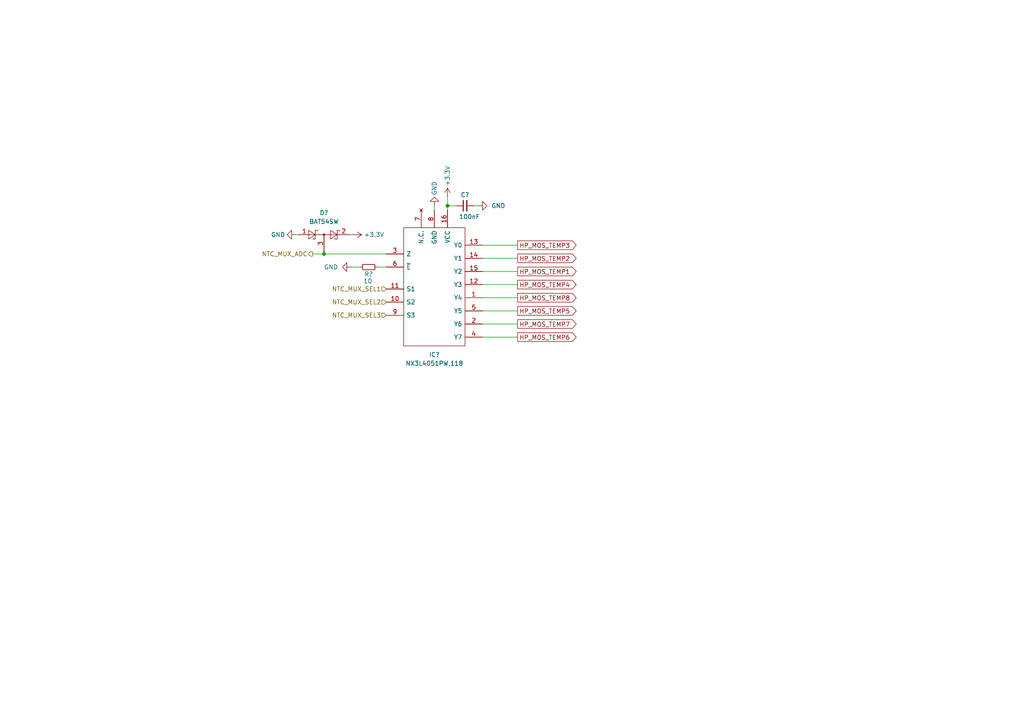
<source format=kicad_sch>
(kicad_sch (version 20211123) (generator eeschema)
  (paper "A4")
  (lib_symbols
    (symbol "Device:C_Small" (pin_numbers hide) (pin_names (offset 0.254) hide)
      (property "Reference" "C" (at 0.254 1.778 0))
      (property "Value" "C_Small" (at 0.254 -2.032 0))
      (symbol "C_Small_0_1"
        (polyline (pts (xy -1.524 -0.508) (xy 1.524 -0.508)) (stroke (width 0.3302)))
        (polyline (pts (xy -1.524 0.508) (xy 1.524 0.508)) (stroke (width 0.3048)))
      )
      (symbol "C_Small_1_1"
        (pin passive line (at 0 2.54 270) (length 2.032) (name "~") (number "1"))
        (pin passive line (at 0 -2.54 90) (length 2.032) (name "~") (number "2"))
      )
    )
    (symbol "Device:R_Small" (pin_numbers hide) (pin_names (offset 0.254) hide)
      (property "Reference" "R" (at 0.762 0.508 0))
      (property "Value" "R_Small" (at 0.762 -1.016 0))
      (symbol "R_Small_0_1"
        (rectangle (start -0.762 1.778) (end 0.762 -1.778) (stroke (width 0.2032)))
      )
      (symbol "R_Small_1_1"
        (pin passive line (at 0 2.54 270) (length 0.762) (name "~") (number "1"))
        (pin passive line (at 0 -2.54 90) (length 0.762) (name "~") (number "2"))
      )
    )
    (symbol "Diode:BAT54SW" (pin_names (offset 1.016))
      (property "Reference" "D" (at 0.635 -3.81 0))
      (property "Value" "BAT54SW" (at -6.35 3.175 0))
      (symbol "BAT54SW_0_1"
        (polyline (pts (xy -3.81 0) (xy -1.27 0)))
        (polyline (pts (xy -3.175 -1.27) (xy -3.175 -1.016)))
        (polyline (pts (xy -2.54 -1.27) (xy -3.175 -1.27)))
        (polyline (pts (xy -2.54 -1.27) (xy -2.54 1.27)))
        (polyline (pts (xy -2.54 1.27) (xy -1.905 1.27)))
        (polyline (pts (xy -1.905 0) (xy 1.905 0)))
        (polyline (pts (xy -1.905 1.27) (xy -1.905 1.016)))
        (polyline (pts (xy 1.27 0) (xy 3.81 0)))
        (polyline (pts (xy 3.175 -1.27) (xy 3.175 -1.016)))
        (polyline (pts (xy 3.81 -1.27) (xy 3.175 -1.27)))
        (polyline (pts (xy 3.81 -1.27) (xy 3.81 1.27)))
        (polyline (pts (xy 3.81 1.27) (xy 4.445 1.27)))
        (polyline (pts (xy 4.445 1.27) (xy 4.445 1.016)))
        (polyline (pts (xy -4.445 1.27) (xy -4.445 -1.27) (xy -2.54 0) (xy -4.445 1.27)))
        (polyline (pts (xy 1.905 1.27) (xy 1.905 -1.27) (xy 3.81 0) (xy 1.905 1.27)))
        (circle (center 0 0) (radius 0.254) (fill (type outline)))
      )
      (symbol "BAT54SW_1_1"
        (pin passive line (at -7.62 0 0) (length 3.81) (name "~") (number "1"))
        (pin passive line (at 7.62 0 180) (length 3.81) (name "~") (number "2"))
        (pin passive line (at 0 -5.08 90) (length 5.08) (name "~") (number "3"))
      )
    )
    (symbol "pdms_additional:NX3L4051PW,118" (pin_names (offset 0.762))
      (property "Reference" "IC" (at 59.69 12.7 0))
      (property "Value" "NX3L4051PW,118" (at 59.69 10.16 0))
      (symbol "NX3L4051PW,118_0_0"
        (pin passive line (at 27.94 -17.78 180) (length 5.08) (name "Y4") (number "1"))
        (pin passive line (at 0 -19.05 0) (length 5.08) (name "S2") (number "10"))
        (pin passive line (at 0 -15.24 0) (length 5.08) (name "S1") (number "11"))
        (pin passive line (at 27.94 -13.97 180) (length 5.08) (name "Y3") (number "12"))
        (pin passive line (at 27.94 -2.54 180) (length 5.08) (name "Y0") (number "13"))
        (pin passive line (at 27.94 -6.35 180) (length 5.08) (name "Y1") (number "14"))
        (pin passive line (at 27.94 -10.16 180) (length 5.08) (name "Y2") (number "15"))
        (pin passive line (at 17.78 7.62 270) (length 5.08) (name "VCC") (number "16"))
        (pin passive line (at 27.94 -25.4 180) (length 5.08) (name "Y6") (number "2"))
        (pin passive line (at 0 -5.08 0) (length 5.08) (name "Z") (number "3"))
        (pin passive line (at 27.94 -29.21 180) (length 5.08) (name "Y7") (number "4"))
        (pin passive line (at 27.94 -21.59 180) (length 5.08) (name "Y5") (number "5"))
        (pin passive line (at 0 -8.89 0) (length 5.08) (name "~{E}") (number "6"))
        (pin no_connect line (at 10.16 7.62 270) (length 5.08) (name "N.C.") (number "7"))
        (pin passive line (at 13.97 7.62 270) (length 5.08) (name "GND") (number "8"))
        (pin passive line (at 0 -22.86 0) (length 5.08) (name "S3") (number "9"))
      )
      (symbol "NX3L4051PW,118_0_1"
        (polyline (pts (xy 5.08 2.54) (xy 22.86 2.54) (xy 22.86 -31.75) (xy 5.08 -31.75) (xy 5.08 2.54)) (stroke (width 0.1524)))
      )
    )
    (symbol "power:+3.3V" (power) (pin_names (offset 0))
      (property "Value" "+3.3V" (at 0 3.556 0))
      (symbol "+3.3V_0_1"
        (polyline (pts (xy -0.762 1.27) (xy 0 2.54)))
        (polyline (pts (xy 0 0) (xy 0 2.54)))
        (polyline (pts (xy 0 2.54) (xy 0.762 1.27)))
      )
      (symbol "+3.3V_1_1"
        (pin power_in line (at 0 0 90) (length 0) hide (name "+3.3V") (number "1"))
      )
    )
    (symbol "power:GND" (power) (pin_names (offset 0))
      (property "Value" "GND" (at 0 -3.81 0))
      (symbol "GND_0_1"
        (polyline (pts (xy 0 0) (xy 0 -1.27) (xy 1.27 -1.27) (xy 0 -2.54) (xy -1.27 -1.27) (xy 0 -1.27)))
      )
      (symbol "GND_1_1"
        (pin power_in line (at 0 0 270) (length 0) hide (name "GND") (number "1"))
      )
    )
  )
  (junction (at 129.794 59.69))
  (junction (at 93.98 73.66))
  (wire (pts (xy 139.954 86.36) (xy 150.114 86.36)))
  (wire (pts (xy 132.334 59.69) (xy 129.794 59.69)))
  (wire (pts (xy 129.794 59.69) (xy 129.794 60.96)))
  (wire (pts (xy 109.474 77.47) (xy 112.014 77.47)))
  (wire (pts (xy 139.954 82.55) (xy 150.114 82.55)))
  (wire (pts (xy 139.954 93.98) (xy 150.114 93.98)))
  (wire (pts (xy 137.414 59.69) (xy 138.684 59.69)))
  (wire (pts (xy 139.954 90.17) (xy 150.114 90.17)))
  (wire (pts (xy 102.362 68.072) (xy 101.6 68.072)))
  (wire (pts (xy 85.852 68.072) (xy 86.36 68.072)))
  (wire (pts (xy 125.984 59.69) (xy 125.984 60.96)))
  (wire (pts (xy 150.114 74.93) (xy 139.954 74.93)))
  (wire (pts (xy 93.98 73.66) (xy 93.98 73.152)))
  (wire (pts (xy 93.98 73.66) (xy 112.014 73.66)))
  (wire (pts (xy 129.794 57.15) (xy 129.794 59.69)))
  (wire (pts (xy 90.678 73.66) (xy 93.98 73.66)))
  (wire (pts (xy 139.954 71.12) (xy 150.114 71.12)))
  (wire (pts (xy 101.854 77.47) (xy 104.394 77.47)))
  (wire (pts (xy 139.954 97.79) (xy 150.114 97.79)))
  (wire (pts (xy 139.954 78.74) (xy 150.114 78.74)))
  (global_label "HP_MOS_TEMP8" (shape output) (at 150.114 86.36 0) (property "Intersheet References" "${INTERSHEET_REFS}" (effects hide)))
  (global_label "HP_MOS_TEMP5" (shape output) (at 150.114 90.17 0) (property "Intersheet References" "${INTERSHEET_REFS}" (effects hide)))
  (global_label "HP_MOS_TEMP3" (shape output) (at 150.114 71.12 0) (property "Intersheet References" "${INTERSHEET_REFS}" (effects hide)))
  (global_label "HP_MOS_TEMP2" (shape output) (at 150.114 74.93 0) (property "Intersheet References" "${INTERSHEET_REFS}" (effects hide)))
  (global_label "HP_MOS_TEMP1" (shape output) (at 150.114 78.74 0) (property "Intersheet References" "${INTERSHEET_REFS}" (effects hide)))
  (global_label "HP_MOS_TEMP6" (shape output) (at 150.114 97.79 0) (property "Intersheet References" "${INTERSHEET_REFS}" (effects hide)))
  (global_label "HP_MOS_TEMP7" (shape output) (at 150.114 93.98 0) (property "Intersheet References" "${INTERSHEET_REFS}" (effects hide)))
  (global_label "HP_MOS_TEMP4" (shape output) (at 150.114 82.55 0) (property "Intersheet References" "${INTERSHEET_REFS}" (effects hide)))
  (hierarchical_label "NTC_MUX_ADC" (shape output) (at 90.678 73.66 180))
  (hierarchical_label "NTC_MUX_SEL1" (shape input) (at 112.014 83.82 180))
  (hierarchical_label "NTC_MUX_SEL2" (shape input) (at 112.014 87.63 180))
  (hierarchical_label "NTC_MUX_SEL3" (shape input) (at 112.014 91.44 180))
  (symbol (lib_id "power:GND") (at 85.852 68.072 270) (unit 1)
    (property "Reference" "#PWR?" (effects hide))
    (property "Value" "GND" (at 82.677 68.0719 90) (effects (justify right)))
  )
  (symbol (lib_id "power:+3.3V") (at 129.794 57.15 0) (unit 1)
    (property "Reference" "#PWR?" (effects hide))
    (property "Value" "+3.3V" (at 129.794 53.975 90) (effects (justify left)))
  )
  (symbol (lib_id "Device:R_Small") (at 106.934 77.47 90) (unit 1)
    (property "Reference" "R?" (at 106.934 79.502 90))
    (property "Value" "10" (at 106.68 81.534 90))
    (property "Footprint" "Resistor_SMD:R_0402_1005Metric" (effects hide))
  )
  (symbol (lib_id "power:GND") (at 125.984 59.69 180) (unit 1)
    (property "Reference" "#PWR?" (effects hide))
    (property "Value" "GND" (at 125.984 54.61 90))
  )
  (symbol (lib_id "power:+3.3V") (at 102.362 68.072 270) (unit 1)
    (property "Reference" "#PWR?" (effects hide))
    (property "Value" "+3.3V" (at 105.537 68.0719 90) (effects (justify left)))
  )
  (symbol (lib_id "Device:C_Small") (at 134.874 59.69 90) (unit 1)
    (property "Reference" "C?" (at 134.874 56.515 90))
    (property "Value" "100nF" (at 136.144 62.865 90))
    (property "Footprint" "Capacitor_SMD:C_0402_1005Metric" (effects hide))
  )
  (symbol (lib_id "power:GND") (at 138.684 59.69 90) (unit 1)
    (property "Reference" "#PWR?" (effects hide))
    (property "Value" "GND" (at 142.494 59.6899 90) (effects (justify right)))
  )
  (symbol (lib_id "power:GND") (at 101.854 77.47 270) (unit 1)
    (property "Reference" "#PWR?" (effects hide))
    (property "Value" "GND" (at 98.044 77.4699 90) (effects (justify right)))
  )
  (symbol (lib_id "Diode:BAT54SW") (at 93.98 68.072 0) (unit 1)
    (property "Reference" "D?" (at 93.98 61.722 0))
    (property "Value" "BAT54SW" (at 93.98 64.262 0))
    (property "Footprint" "Package_TO_SOT_SMD:SOT-323_SC-70" (effects hide))
    (property "Datasheet" "https://assets.nexperia.com/documents/data-sheet/BAT54W_SER.pdf" (effects hide))
  )
  (symbol (lib_id "pdms_additional:NX3L4051PW,118") (at 112.014 68.58 0) (unit 1)
    (property "Reference" "IC?" (at 125.984 102.87 0))
    (property "Value" "NX3L4051PW,118" (at 125.984 105.41 0))
    (property "Footprint" "PDMS_Additional:SOP65P640X110-16N" (effects hide))
    (property "Datasheet" "http://www.nxp.com/docs/en/data-sheet/NX3L4051.pdf" (effects hide))
    (property "Description" "Analog Switch ICs ANLG SWT SPST 3.3V" (effects hide))
    (property "Height" "1.1" (effects hide))
    (property "Manufacturer_Name" "NXP" (effects hide))
    (property "Manufacturer_Part_Number" "NX3L4051PW,118" (effects hide))
    (property "Mouser Part Number" "771-NX3L4051PW118" (effects hide))
    (property "Mouser Price/Stock" "https://www.mouser.co.uk/ProductDetail/NXP-Semiconductors/NX3L4051PW118?qs=vbj%2FKoHZRAgFepmnkfH0Pw%3D%3D" (effects hide))
    (property "Arrow Part Number" "NX3L4051PW,118" (effects hide))
    (property "Arrow Price/Stock" "https://www.arrow.com/en/products/nx3l4051pw118/nxp-semiconductors?region=nac" (effects hide))
  )
)
</source>
